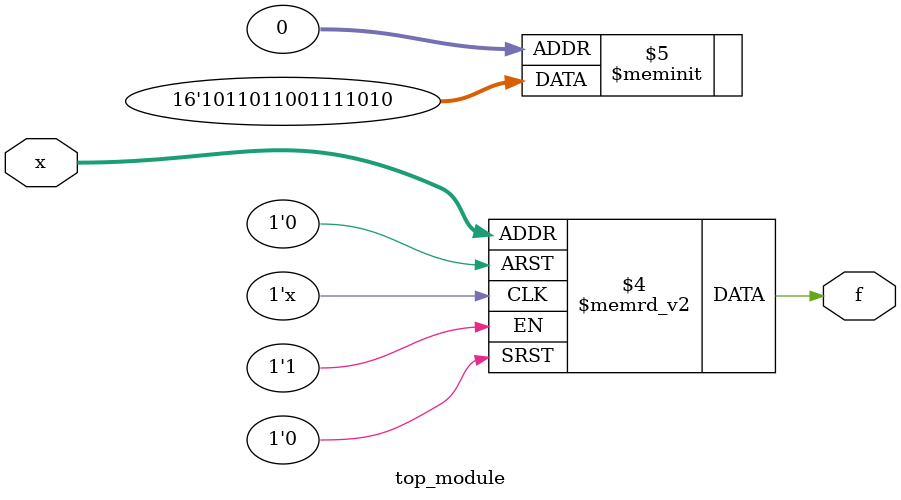
<source format=sv>
module top_module (
    input [4:1] x,
    output logic f
);

always_comb begin
    case (x)
        4'b0001, 4'b0011, 4'b0101, 4'b1001: f = 1'b1;
        4'b0100, 4'b0110, 4'b1010, 4'b1100, 4'b1101, 4'b1111: f = 1'b1; // Corrected don't care conditions
        default: f = 1'b0;
    endcase
end

endmodule

</source>
